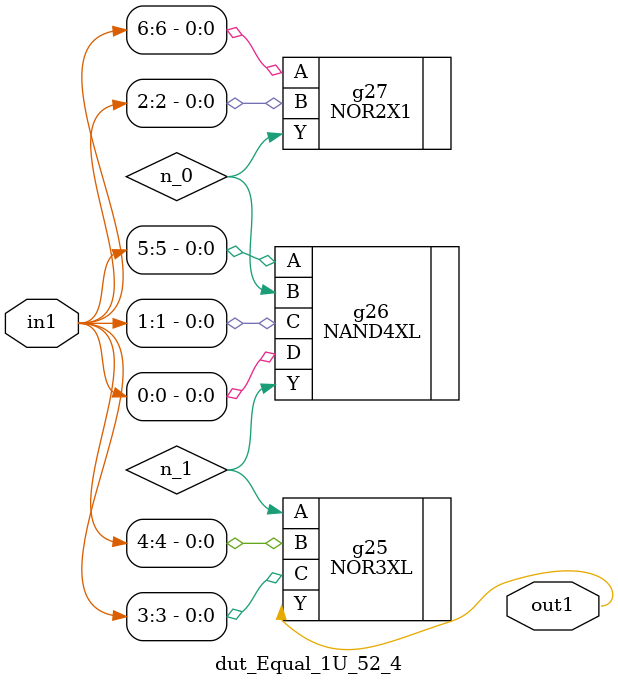
<source format=v>
`timescale 1ps / 1ps


module dut_Equal_1U_52_4(in1, out1);
  input [6:0] in1;
  output out1;
  wire [6:0] in1;
  wire out1;
  wire n_0, n_1;
  NOR3XL g25(.A (n_1), .B (in1[4]), .C (in1[3]), .Y (out1));
  NAND4XL g26(.A (in1[5]), .B (n_0), .C (in1[1]), .D (in1[0]), .Y
       (n_1));
  NOR2X1 g27(.A (in1[6]), .B (in1[2]), .Y (n_0));
endmodule



</source>
